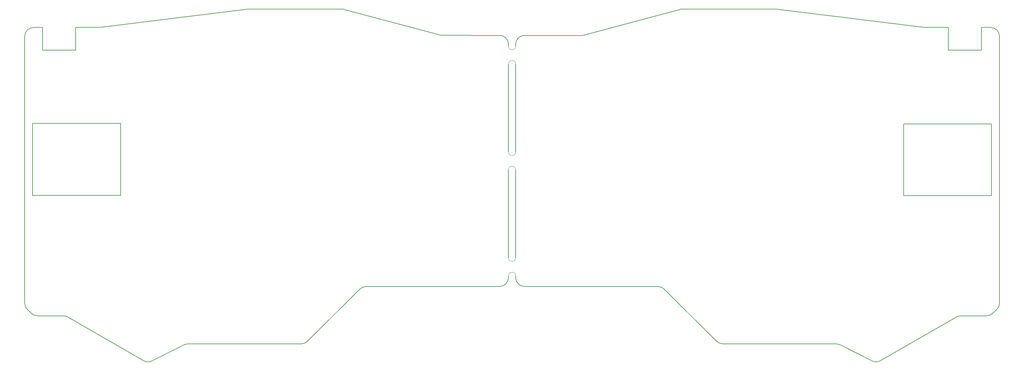
<source format=gbr>
%TF.GenerationSoftware,KiCad,Pcbnew,(5.99.0-8557-g8988e46ab1)*%
%TF.CreationDate,2021-02-24T09:02:56-07:00*%
%TF.ProjectId,SP56,53503536-2e6b-4696-9361-645f70636258,rev?*%
%TF.SameCoordinates,Original*%
%TF.FileFunction,Profile,NP*%
%FSLAX46Y46*%
G04 Gerber Fmt 4.6, Leading zero omitted, Abs format (unit mm)*
G04 Created by KiCad (PCBNEW (5.99.0-8557-g8988e46ab1)) date 2021-02-24 09:02:56*
%MOMM*%
%LPD*%
G01*
G04 APERTURE LIST*
%TA.AperFunction,Profile*%
%ADD10C,0.150000*%
%TD*%
%TA.AperFunction,Profile*%
%ADD11C,0.120000*%
%TD*%
G04 APERTURE END LIST*
D10*
X221085997Y-7534015D02*
G75*
G02*
X223175000Y-10000000I-410997J-2465985D01*
G01*
X88360524Y-82127087D02*
X88360524Y-7800000D01*
X315590619Y-93766253D02*
G75*
G03*
X314467954Y-93499999I-1122665J-2233747D01*
G01*
X347936216Y-86012177D02*
X326870689Y-98174364D01*
X345750000Y-11600000D02*
X355000000Y-11600000D01*
X355000000Y-11600000D02*
X355000000Y-5300000D01*
X123851975Y-98243048D02*
X132759381Y-93766252D01*
X132759381Y-93766253D02*
G75*
G02*
X133882046Y-93499999I1122665J-2233747D01*
G01*
X99163784Y-85677241D02*
G75*
G02*
X100413784Y-86012177I1J-2500000D01*
G01*
X349186216Y-85677241D02*
G75*
G03*
X347936216Y-86012177I-1J-2500000D01*
G01*
X223175000Y-69500000D02*
X223175000Y-45000000D01*
X359184849Y-83964398D02*
G75*
G03*
X359989476Y-82127087I-1695373J1837311D01*
G01*
X150587158Y-218672D02*
G75*
G02*
X150892133Y-200000I304975J-2481328D01*
G01*
X181765482Y-78226802D02*
G75*
G02*
X183527802Y-77500000I1762320J-1773198D01*
G01*
X223175000Y-10000000D02*
X223175000Y-10500000D01*
X355000000Y-5300000D02*
X357489476Y-5300000D01*
X244407123Y-7355881D02*
G75*
G02*
X243764003Y-7534015I-643120J1071867D01*
G01*
X93350000Y-11600000D02*
X93350000Y-5300000D01*
X359989476Y-82127087D02*
X359989476Y-7800000D01*
X324498025Y-98243048D02*
G75*
G03*
X326870689Y-98174364I1122664J2233747D01*
G01*
X297762842Y-218672D02*
G75*
G03*
X297457867Y-200000I-304975J-2481328D01*
G01*
X102600000Y-5300000D02*
X102600000Y-11600000D01*
X225175000Y-10000000D02*
X225175000Y-10500000D01*
X281220706Y-92773197D02*
X266584518Y-78226802D01*
X324498025Y-98243048D02*
X315590619Y-93766252D01*
X100413784Y-86012177D02*
X121479311Y-98174364D01*
X356351401Y-85677241D02*
G75*
G03*
X358046774Y-85014552I0J2500000D01*
G01*
X359989476Y-7800000D02*
G75*
G03*
X357489476Y-5300000I-2500000J0D01*
G01*
X338953493Y-5281328D02*
G75*
G03*
X339258468Y-5300000I304975J2481328D01*
G01*
X225175000Y-75000000D02*
G75*
G03*
X227675000Y-77500000I2500000J0D01*
G01*
X281220706Y-92773197D02*
G75*
G03*
X282983025Y-93499999I1762319J1773198D01*
G01*
X115075000Y-32050000D02*
X90575000Y-32050000D01*
X90575000Y-32050000D02*
X90575000Y-52050000D01*
X90575000Y-52050000D02*
X115075000Y-52050000D01*
X115075000Y-52050000D02*
X115075000Y-32050000D01*
X91998599Y-85677241D02*
G75*
G02*
X90303226Y-85014552I0J2500000D01*
G01*
X109396507Y-5281328D02*
G75*
G02*
X109091532Y-5300000I-304975J2481328D01*
G01*
X225175000Y-75000000D02*
X225175000Y-74500000D01*
X221085997Y-7534015D02*
X204675000Y-7500000D01*
X339258468Y-5300000D02*
X345750000Y-5300000D01*
X227264003Y-7534015D02*
G75*
G03*
X225175000Y-10000000I410997J-2465985D01*
G01*
X176874996Y-200000D02*
G75*
G02*
X177285993Y-234015I0J-2500000D01*
G01*
X345750000Y-5300000D02*
X345750000Y-11600000D01*
X102600000Y-11600000D02*
X93350000Y-11600000D01*
X356351402Y-85677241D02*
X349186216Y-85677241D01*
X88360524Y-7800000D02*
G75*
G02*
X90860524Y-5300000I2500000J0D01*
G01*
X271475005Y-200000D02*
X297457867Y-199999D01*
X133882046Y-93499999D02*
X165366975Y-93499999D01*
X333275000Y-32200000D02*
X357775000Y-32200000D01*
X357775000Y-32200000D02*
X357775000Y-52200000D01*
X357775000Y-52200000D02*
X333275000Y-52200000D01*
X333275000Y-52200000D02*
X333275000Y-32200000D01*
X297762842Y-218671D02*
X338953493Y-5281329D01*
X89165151Y-83964397D02*
X90303226Y-85014551D01*
X227264003Y-7534015D02*
X243764003Y-7534015D01*
X223175000Y-40000000D02*
X223175000Y-15500000D01*
X225175000Y-40000000D02*
X225175000Y-15500000D01*
X109091532Y-5300000D02*
X102600000Y-5300000D01*
X167129294Y-92773197D02*
X181765482Y-78226802D01*
X167129294Y-92773197D02*
G75*
G02*
X165366975Y-93499999I-1762319J1773198D01*
G01*
X204380826Y-7470871D02*
G75*
G03*
X204675000Y-7500000I294174J1470871D01*
G01*
X244407123Y-7355881D02*
X271064007Y-234015D01*
X225175000Y-69500000D02*
X225175000Y-45000000D01*
X223175000Y-75000000D02*
X223175000Y-74500000D01*
X93350000Y-5300000D02*
X90860524Y-5300000D01*
X204380826Y-7470871D02*
X177285993Y-234016D01*
X314467954Y-93499999D02*
X282983025Y-93499999D01*
X359184849Y-83964397D02*
X358046774Y-85014551D01*
X271475004Y-200000D02*
G75*
G03*
X271064007Y-234015I0J-2500000D01*
G01*
X150587158Y-218671D02*
X109396507Y-5281329D01*
X123851975Y-98243048D02*
G75*
G02*
X121479311Y-98174364I-1122664J2233747D01*
G01*
X183527802Y-77500000D02*
X220675000Y-77500000D01*
X223175000Y-75000000D02*
G75*
G02*
X220675000Y-77500000I-2500000J0D01*
G01*
X266584518Y-78226802D02*
G75*
G03*
X264822198Y-77500000I-1762320J-1773198D01*
G01*
X264822198Y-77500000D02*
X227675000Y-77500000D01*
X91998598Y-85677241D02*
X99163784Y-85677241D01*
X176874995Y-200000D02*
X150892133Y-199999D01*
X89165151Y-83964398D02*
G75*
G02*
X88360524Y-82127087I1695373J1837311D01*
G01*
D11*
%TO.C,REF\u002A\u002A*%
X225175000Y-10500000D02*
G75*
G02*
X223175000Y-10500000I-1000000J0D01*
G01*
X223175000Y-15500000D02*
G75*
G02*
X225175000Y-15500000I1000000J0D01*
G01*
X225175000Y-40000000D02*
G75*
G02*
X223175000Y-40000000I-1000000J0D01*
G01*
X223175000Y-45000000D02*
G75*
G02*
X225175000Y-45000000I1000000J0D01*
G01*
X225175000Y-69500000D02*
G75*
G02*
X223175000Y-69500000I-1000000J0D01*
G01*
X223175000Y-74500000D02*
G75*
G02*
X225175000Y-74500000I1000000J0D01*
G01*
%TD*%
M02*

</source>
